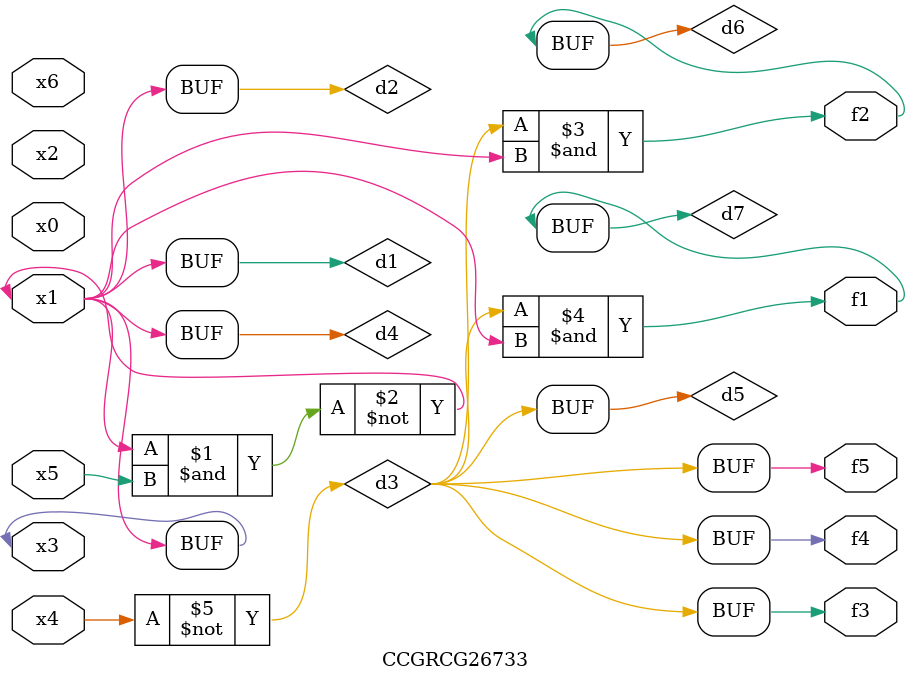
<source format=v>
module CCGRCG26733(
	input x0, x1, x2, x3, x4, x5, x6,
	output f1, f2, f3, f4, f5
);

	wire d1, d2, d3, d4, d5, d6, d7;

	buf (d1, x1, x3);
	nand (d2, x1, x5);
	not (d3, x4);
	buf (d4, d1, d2);
	buf (d5, d3);
	and (d6, d3, d4);
	and (d7, d3, d4);
	assign f1 = d7;
	assign f2 = d6;
	assign f3 = d5;
	assign f4 = d5;
	assign f5 = d5;
endmodule

</source>
